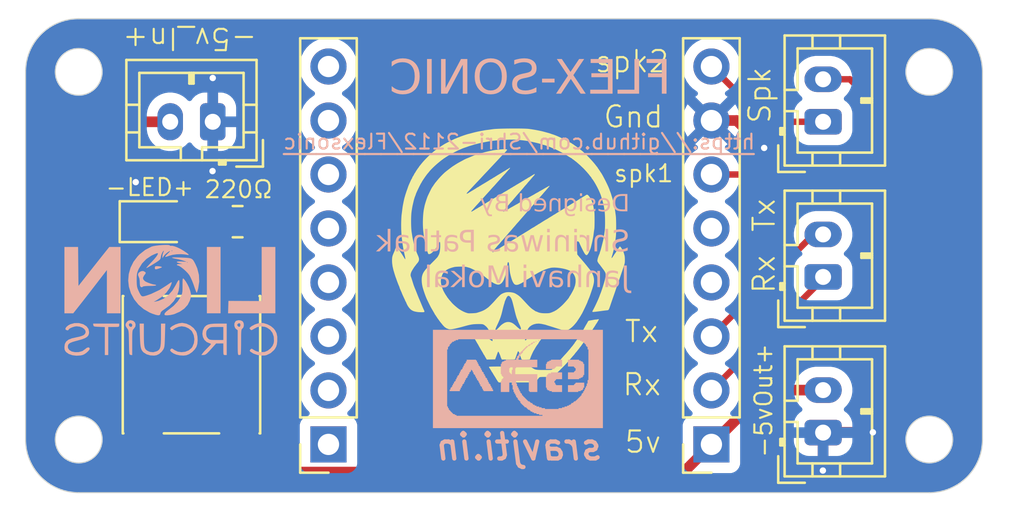
<source format=kicad_pcb>
(kicad_pcb (version 20241229) (generator "pcbnew") (generator_version "9.0")
  (layers (0 "F.Cu" signal) (2 "B.Cu" power) (13 "F.Paste" user) (15 "B.Paste" user) (5 "F.SilkS" user "F.Silkscreen") (7 "B.SilkS" user "B.Silkscreen") (1 "F.Mask" user) (3 "B.Mask" user) (25 "Edge.Cuts" user))
  (net 0 "")
  (net 1 "Net-(J1-Pin_1)")
  (net 2 "Net-(J1-Pin_2)")
  (net 3 "Net-(J2-Pin_2)")
  (net 4 "Net-(J4-Pin_8)")
  (net 6 "Net-(J4-Pin_6)")
  (net 16 "GND")
  (net 17 "Net-(D1-A)")
  (net 18 "Net-(J5-Pin_2)")
  (footprint "Connector_JST:JST_PH_B2B-PH-K_1x02_P2.00mm_Vertical" (layer "F.Cu") (at 139.49 67.975 90)
    (property "Reference" "J2" (hide yes))
    (property "Value" "5voutput" (hide yes))
    (pad "1" thru_hole roundrect (at 0 0 90) (size 1.2 1.75) (drill 0.75) (layers "*.Cu" "*.Mask") (roundrect_rratio 0.208333) (net 16 "GND"))
    (pad "2" thru_hole oval (at 2 0 90) (size 1.2 1.75) (drill 0.75) (layers "*.Cu" "*.Mask") (net 3 "Net-(J2-Pin_2)"))
  )
  (footprint "LED_SMD:LED_0805_2012Metric" (layer "F.Cu") (at 108.1125 58.05)
    (property "Reference" "D1" (hide yes))
    (property "Value" "LED" (hide yes))
    (pad "1" smd roundrect (at -0.9375 0) (size 0.975 1.4) (layers "F.Cu" "F.Mask" "F.Paste") (net 16 "GND"))
    (pad "2" smd roundrect (at 0.9375 0) (size 0.975 1.4) (layers "F.Cu" "F.Mask" "F.Paste") (net 17 "Net-(D1-A)"))
  )
  (footprint "logos:sra_skull_big" (layer "F.Cu") (at 124.765783 59.666687)
    (property "Reference" "G***" (hide yes))
    (property "Value" "LOGO" (hide yes))
  )
  (footprint "Connector_PinSocket_2.54mm:PinSocket_1x08_P2.54mm_Vertical" (layer "F.Cu") (at 134.24 68.53 180)
    (property "Reference" "J4" (hide yes))
    (property "Value" "Conn_01x08" (hide yes))
    (pad "1" thru_hole rect (at 0 0 180) (size 1.7 1.7) (drill 1) (layers "*.Cu" "*.Mask") (net 3 "Net-(J2-Pin_2)"))
    (pad "2" thru_hole circle (at 0 2.54 180) (size 1.7 1.7) (drill 1) (layers "*.Cu" "*.Mask") (net 1 "Net-(J1-Pin_1)"))
    (pad "3" thru_hole circle (at 0 5.08 180) (size 1.7 1.7) (drill 1) (layers "*.Cu" "*.Mask") (net 2 "Net-(J1-Pin_2)"))
    (pad "4" thru_hole circle (at 0 7.62 180) (size 1.7 1.7) (drill 1) (layers "*.Cu" "*.Mask"))
    (pad "5" thru_hole circle (at 0 10.16 180) (size 1.7 1.7) (drill 1) (layers "*.Cu" "*.Mask"))
    (pad "6" thru_hole circle (at 0 12.7 180) (size 1.7 1.7) (drill 1) (layers "*.Cu" "*.Mask") (net 6 "Net-(J4-Pin_6)"))
    (pad "7" thru_hole circle (at 0 15.24 180) (size 1.7 1.7) (drill 1) (layers "*.Cu" "*.Mask") (net 16 "GND"))
    (pad "8" thru_hole circle (at 0 17.78 180) (size 1.7 1.7) (drill 1) (layers "*.Cu" "*.Mask") (net 4 "Net-(J4-Pin_8)"))
  )
  (footprint "Connector_PinSocket_2.54mm:PinSocket_1x08_P2.54mm_Vertical" (layer "F.Cu") (at 116.24 68.53 180)
    (property "Reference" "J7" (hide yes))
    (property "Value" "Conn_01x08" (hide yes))
    (pad "1" thru_hole rect (at 0 0 180) (size 1.7 1.7) (drill 1) (layers "*.Cu" "*.Mask"))
    (pad "2" thru_hole circle (at 0 2.54 180) (size 1.7 1.7) (drill 1) (layers "*.Cu" "*.Mask"))
    (pad "3" thru_hole circle (at 0 5.08 180) (size 1.7 1.7) (drill 1) (layers "*.Cu" "*.Mask"))
    (pad "4" thru_hole circle (at 0 7.62 180) (size 1.7 1.7) (drill 1) (layers "*.Cu" "*.Mask"))
    (pad "5" thru_hole circle (at 0 10.16 180) (size 1.7 1.7) (drill 1) (layers "*.Cu" "*.Mask"))
    (pad "6" thru_hole circle (at 0 12.7 180) (size 1.7 1.7) (drill 1) (layers "*.Cu" "*.Mask"))
    (pad "7" thru_hole circle (at 0 15.24 180) (size 1.7 1.7) (drill 1) (layers "*.Cu" "*.Mask"))
    (pad "8" thru_hole circle (at 0 17.78 180) (size 1.7 1.7) (drill 1) (layers "*.Cu" "*.Mask"))
  )
  (footprint "Button_Switch_SMD:SW_SPST_PTS645Sx43SMTR92" (layer "F.Cu") (at 109.8 64.78 90)
    (property "Reference" "SW1" (hide yes))
    (property "Value" "SW_SPST" (hide yes))
    (pad "1" smd roundrect (at -3.98 -2.25 90) (size 1.55 1.3) (layers "F.Cu" "F.Mask" "F.Paste") (roundrect_rratio 0.1923076923) (net 18 "Net-(J5-Pin_2)"))
    (pad "1" smd roundrect (at 3.98 -2.25 90) (size 1.55 1.3) (layers "F.Cu" "F.Mask" "F.Paste") (roundrect_rratio 0.1923076923) (net 18 "Net-(J5-Pin_2)"))
    (pad "2" smd roundrect (at -3.98 2.25 90) (size 1.55 1.3) (layers "F.Cu" "F.Mask" "F.Paste") (roundrect_rratio 0.1923076923) (net 3 "Net-(J2-Pin_2)"))
    (pad "2" smd roundrect (at 3.98 2.25 90) (size 1.55 1.3) (layers "F.Cu" "F.Mask" "F.Paste") (roundrect_rratio 0.1923076923) (net 3 "Net-(J2-Pin_2)"))
  )
  (footprint "Connector_JST:JST_PH_B2B-PH-K_1x02_P2.00mm_Vertical" (layer "F.Cu") (at 139.49 60.65 90)
    (property "Reference" "J1" (hide yes))
    (property "Value" "Uart_tx_rx" (hide yes))
    (pad "1" thru_hole roundrect (at 0 0 90) (size 1.2 1.75) (drill 0.75) (layers "*.Cu" "*.Mask") (roundrect_rratio 0.208333) (net 1 "Net-(J1-Pin_1)"))
    (pad "2" thru_hole oval (at 2 0 90) (size 1.2 1.75) (drill 0.75) (layers "*.Cu" "*.Mask") (net 2 "Net-(J1-Pin_2)"))
  )
  (footprint "Connector_JST:JST_PH_B2B-PH-K_1x02_P2.00mm_Vertical" (layer "F.Cu") (at 139.49 53.35 90)
    (property "Reference" "J6" (hide yes))
    (property "Value" "Speaker" (hide yes))
    (pad "1" thru_hole roundrect (at 0 0 90) (size 1.2 1.75) (drill 0.75) (layers "*.Cu" "*.Mask") (roundrect_rratio 0.208333) (net 4 "Net-(J4-Pin_8)"))
    (pad "2" thru_hole oval (at 2 0 90) (size 1.2 1.75) (drill 0.75) (layers "*.Cu" "*.Mask") (net 6 "Net-(J4-Pin_6)"))
  )
  (footprint "Connector_JST:JST_PH_B2B-PH-K_1x02_P2.00mm_Vertical" (layer "F.Cu") (at 110.8 53.35 180)
    (property "Reference" "J5" (hide yes))
    (property "Value" "5Vinput_Df" (hide yes))
    (pad "1" thru_hole roundrect (at 0 0 180) (size 1.2 1.75) (drill 0.75) (layers "*.Cu" "*.Mask") (roundrect_rratio 0.208333) (net 16 "GND"))
    (pad "2" thru_hole oval (at 2 0 180) (size 1.2 1.75) (drill 0.75) (layers "*.Cu" "*.Mask") (net 18 "Net-(J5-Pin_2)"))
  )
  (footprint "Resistor_SMD:R_0805_2012Metric" (layer "F.Cu") (at 111.97 58.05 180)
    (property "Reference" "R1" (hide yes))
    (property "Value" "220")
    (pad "1" smd roundrect (at -0.9125 0 180) (size 1.025 1.4) (layers "F.Cu" "F.Mask" "F.Paste") (roundrect_rratio 0.243902) (net 3 "Net-(J2-Pin_2)"))
    (pad "2" smd roundrect (at 0.9125 0 180) (size 1.025 1.4) (layers "F.Cu" "F.Mask" "F.Paste") (roundrect_rratio 0.243902) (net 17 "Net-(D1-A)"))
  )
  (footprint "logos:sra_logo_small_neg" (layer "B.Cu") (at 125.15 65.45 180)
    (property "Reference" "G***" (hide yes))
    (property "Value" "LOGO" (hide yes))
  )
  (footprint "Logos:Lions_logo" (layer "B.Cu") (at 108.85 61.75 180)
    (property "Reference" "G***" (hide yes))
    (property "Value" "LOGO" (hide yes))
  )
  (gr_arc (start 104.5 70.8) (mid 102.732233 70.067767) (end 102 68.3) (stroke (width 0.05)) (layer "Edge.Cuts"))
  (gr_circle (center 104.5 68.3) (end 105.6 68.3) (stroke (width 0.05)) (fill no) (layer "Edge.Cuts"))
  (gr_circle (center 104.5 51) (end 105.6 51) (stroke (width 0.05)) (fill no) (layer "Edge.Cuts"))
  (gr_arc (start 146.982233 68.3) (mid 146.25 70.067767) (end 144.482233 70.8) (stroke (width 0.05)) (layer "Edge.Cuts"))
  (gr_line (start 104.5 70.8) (end 144.482233 70.8) (stroke (width 0.05)) (layer "Edge.Cuts"))
  (gr_line (start 146.982233 68.3) (end 146.982233 51) (stroke (width 0.05)) (layer "Edge.Cuts"))
  (gr_line (start 144.482233 48.500001) (end 104.5 48.500001) (stroke (width 0.05)) (layer "Edge.Cuts"))
  (gr_circle (center 144.482233 68.3) (end 145.582233 68.3) (stroke (width 0.05)) (fill no) (layer "Edge.Cuts"))
  (gr_line (start 102 51) (end 102 68.3) (stroke (width 0.05)) (layer "Edge.Cuts"))
  (gr_circle (center 144.482233 51) (end 145.582233 51) (stroke (width 0.05)) (fill no) (layer "Edge.Cuts"))
  (gr_arc (start 102 51) (mid 102.732233 49.232233) (end 104.5 48.5) (stroke (width 0.05)) (layer "Edge.Cuts"))
  (gr_arc (start 144.482233 48.5) (mid 146.25 49.232233) (end 146.982233 51) (stroke (width 0.05)) (layer "Edge.Cuts"))
  (gr_text "-5v_In+" (at 112.95 48.85 180) (layer "F.SilkS") (effects (font (size 1 1) (thickness 0.1)) (justify left bottom)))
  (gr_text "spk1" (at 129.6 56.25 0) (layer "F.SilkS") (effects (font (size 0.8 0.8) (thickness 0.1)) (justify left bottom)))
  (gr_text "Tx" (at 137.3 58.6 90) (layer "F.SilkS") (effects (font (size 1 1) (thickness 0.1)) (justify left bottom)))
  (gr_text "-LED+" (at 105.7 56.9 0) (layer "F.SilkS") (effects (font (size 0.8 0.8) (thickness 0.1)) (justify left bottom)))
  (gr_text "Rx" (at 137.3 61.5 90) (layer "F.SilkS") (effects (font (size 1 1) (thickness 0.1)) (justify left bottom)))
  (gr_text "Spk" (at 137.1 53.5 90) (layer "F.SilkS") (effects (font (size 1 1) (thickness 0.1)) (justify left bottom)))
  (gr_text "-5vOut+" (at 137.16 69.215 90) (layer "F.SilkS") (effects (font (size 0.8 0.8) (thickness 0.1)) (justify left bottom)))
  (gr_text "spk2" (at 128.7 51.1 0) (layer "F.SilkS") (effects (font (size 1 1) (thickness 0.1)) (justify left bottom)))
  (gr_text "Gnd" (at 129.1 53.7 0) (layer "F.SilkS") (effects (font (size 1 1) (thickness 0.1)) (justify left bottom)))
  (gr_text "Tx" (at 130.1 63.8 0) (layer "F.SilkS") (effects (font (size 1 1) (thickness 0.1)) (justify left bottom)))
  (gr_text "Rx" (at 130 66.3 0) (layer "F.SilkS") (effects (font (size 1 1) (thickness 0.1)) (justify left bottom)))
  (gr_text "5v" (at 130.1 69 0) (layer "F.SilkS") (effects (font (size 1 1) (thickness 0.1)) (justify left bottom)))
  (gr_text "220Ω" (at 110.35 57 0) (layer "F.SilkS") (effects (font (size 0.8 0.8) (thickness 0.1)) (justify left bottom)))
  (gr_text "Shriniwas Pathak\nJanhavi Mokal" (at 130.4 61.3 0) (layer "B.SilkS") (effects (font (size 1 1) (thickness 0.1)) (justify left bottom mirror)))
  (gr_text "Designed By\n" (at 130.4 57.7 0) (layer "B.SilkS") (effects (font (size 0.8 0.8) (thickness 0.1)) (justify left bottom mirror)))
  (gr_text "sravjti.in" (at 129.25 69.35 0) (layer "B.SilkS") (effects (font (size 1.2 1.2) (thickness 0.2) (bold yes) (italic yes)) (justify left bottom mirror)))
  (gr_text "https://github.com/Shri-2112/Flexsonic" (at 136.35 54.7 0) (layer "B.SilkS") (effects (font (size 0.7 0.7) (thickness 0.1)) (justify left bottom mirror)))
  (gr_text "FLEX-SONIC\n" (at 132.35 52.3 0) (layer "B.SilkS") (effects (font (size 1.6 1.6) (thickness 0.3)) (justify left bottom mirror)))
  (gr_text "_____________________________" (at 136.3 54.9 0) (layer "B.SilkS") (effects (font (size 1 1) (thickness 0.1)) (justify left bottom mirror)))
  (segment (start 139.49 60.74) (end 139.49 60.65) (width 0.3) (layer "F.Cu") (net 1))
  (segment (start 134.24 65.99) (end 139.49 60.74) (width 0.3) (layer "F.Cu") (net 1))
  (segment (start 134.24 63.45) (end 139.04 58.65) (width 0.3) (layer "F.Cu") (net 2))
  (segment (start 139.04 58.65) (end 139.49 58.65) (width 0.3) (layer "F.Cu") (net 2))
  (segment (start 139.49 65.975) (end 136.795 65.975) (width 0.5) (layer "F.Cu") (net 3))
  (segment (start 132.939 69.831) (end 134.24 68.53) (width 0.5) (layer "F.Cu") (net 3))
  (segment (start 136.795 65.975) (end 134.24 68.53) (width 0.5) (layer "F.Cu") (net 3))
  (segment (start 112.05 68.76) (end 113.121 69.831) (width 0.5) (layer "F.Cu") (net 3))
  (segment (start 112.8825 58.05) (end 112.8825 59.9675) (width 0.5) (layer "F.Cu") (net 3))
  (segment (start 113.121 69.831) (end 132.939 69.831) (width 0.5) (layer "F.Cu") (net 3))
  (segment (start 112.05 60.8) (end 112.05 68.76) (width 0.5) (layer "F.Cu") (net 3))
  (segment (start 112.8825 59.9675) (end 112.05 60.8) (width 0.5) (layer "F.Cu") (net 3))
  (segment (start 136.84 53.35) (end 139.49 53.35) (width 0.3) (layer "F.Cu") (net 4))
  (segment (start 134.24 50.75) (end 136.84 53.35) (width 0.3) (layer "F.Cu") (net 4))
  (segment (start 140.4 55.83) (end 134.24 55.83) (width 0.3) (layer "F.Cu") (net 6))
  (segment (start 140.75 51.35) (end 141.2 51.8) (width 0.3) (layer "F.Cu") (net 6))
  (segment (start 139.49 51.35) (end 140.75 51.35) (width 0.3) (layer "F.Cu") (net 6))
  (segment (start 141.2 55.03) (end 140.4 55.83) (width 0.3) (layer "F.Cu") (net 6))
  (segment (start 141.2 51.8) (end 141.2 55.03) (width 0.3) (layer "F.Cu") (net 6))
  (segment (start 107.175 58.05) (end 107.175 56.195) (width 0.5) (layer "F.Cu") (net 16))
  (segment (start 110.8 55.66) (end 110.79 55.67) (width 0.5) (layer "F.Cu") (net 16))
  (segment (start 139.505 67.96) (end 139.49 67.975) (width 0.5) (layer "F.Cu") (net 16))
  (segment (start 134.24 53.29) (end 135.43 53.29) (width 0.5) (layer "F.Cu") (net 16))
  (segment (start 110.8 53.35) (end 110.8 51.29) (width 0.5) (layer "F.Cu") (net 16))
  (segment (start 110.8 53.35) (end 110.8 55.66) (width 0.5) (layer "F.Cu") (net 16))
  (segment (start 141.83 67.96) (end 139.505 67.96) (width 0.5) (layer "F.Cu") (net 16))
  (segment (start 107.175 56.195) (end 107.18 56.19) (width 0.5) (layer "F.Cu") (net 16))
  (segment (start 139.49 67.975) (end 139.49 69.75) (width 0.5) (layer "F.Cu") (net 16))
  (segment (start 135.43 53.29) (end 136.72 54.58) (width 0.5) (layer "F.Cu") (net 16))
  (segment (start 139.49 69.75) (end 139.48 69.76) (width 0.5) (layer "F.Cu") (net 16))
  (via (at 136.72 54.58) (size 0.7) (drill 0.3) (layers "F.Cu" "B.Cu") (net 16))
  (via (at 141.83 67.96) (size 0.7) (drill 0.3) (layers "F.Cu" "B.Cu") (net 16))
  (via (at 107.18 56.19) (size 0.7) (drill 0.3) (layers "F.Cu" "B.Cu") (net 16))
  (via (at 110.79 55.67) (size 0.7) (drill 0.3) (layers "F.Cu" "B.Cu") (net 16))
  (via (at 139.48 69.76) (size 0.7) (drill 0.3) (layers "F.Cu" "B.Cu") (net 16))
  (via (at 110.8 51.29) (size 0.7) (drill 0.3) (layers "F.Cu" "B.Cu") (net 16))
  (segment (start 109.05 58.05) (end 111.0575 58.05) (width 0.5) (layer "F.Cu") (net 17))
  (segment (start 108.8 53.35) (end 107.09 53.35) (width 0.5) (layer "F.Cu") (net 18))
  (segment (start 105.36 59.45) (end 106.71 60.8) (width 0.5) (layer "F.Cu") (net 18))
  (segment (start 107.55 60.8) (end 107.55 68.76) (width 0.5) (layer "F.Cu") (net 18))
  (segment (start 107.09 53.35) (end 105.36 55.08) (width 0.5) (layer "F.Cu") (net 18))
  (segment (start 106.71 60.8) (end 107.55 60.8) (width 0.5) (layer "F.Cu") (net 18))
  (segment (start 105.36 55.08) (end 105.36 59.45) (width 0.5) (layer "F.Cu") (net 18))
  (zone (net 16) (net_name "GND") (layer "B.Cu") (connect_pads (clearance 0.5)) (min_thickness 0.25) (fill yes (thermal_gap 0.5) (thermal_bridge_width 0.5))
    (polygon (pts (xy 100.89 47.71) (xy 100.8 47.62) (xy 148.54 47.62) (xy 148.94 48.02) (xy 148.94 71.71) (xy 102.52 71.71) (xy 100.89 70.08)))
  )
)
</source>
